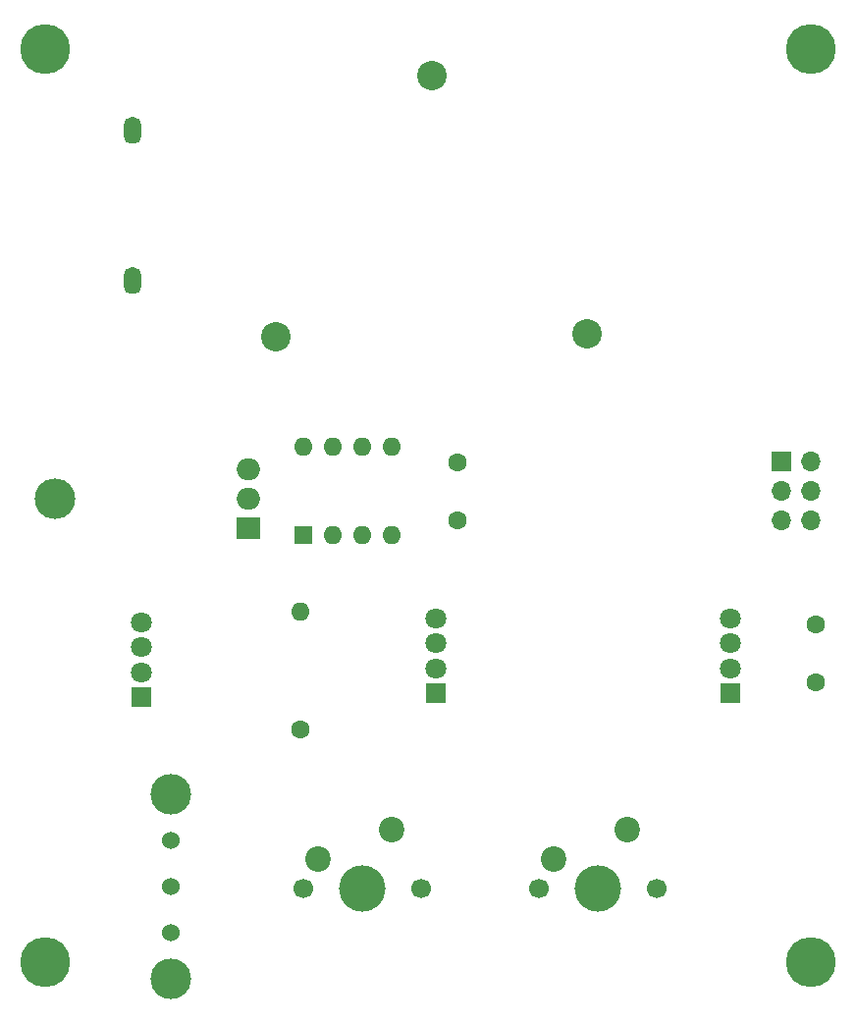
<source format=gbr>
%TF.GenerationSoftware,KiCad,Pcbnew,8.0.6-8.0.6-0~ubuntu24.04.1*%
%TF.CreationDate,2024-11-12T14:12:33-05:00*%
%TF.ProjectId,girl_scouts_blinker,6769726c-5f73-4636-9f75-74735f626c69,rev?*%
%TF.SameCoordinates,Original*%
%TF.FileFunction,Soldermask,Top*%
%TF.FilePolarity,Negative*%
%FSLAX46Y46*%
G04 Gerber Fmt 4.6, Leading zero omitted, Abs format (unit mm)*
G04 Created by KiCad (PCBNEW 8.0.6-8.0.6-0~ubuntu24.04.1) date 2024-11-12 14:12:33*
%MOMM*%
%LPD*%
G01*
G04 APERTURE LIST*
G04 Aperture macros list*
%AMRoundRect*
0 Rectangle with rounded corners*
0 $1 Rounding radius*
0 $2 $3 $4 $5 $6 $7 $8 $9 X,Y pos of 4 corners*
0 Add a 4 corners polygon primitive as box body*
4,1,4,$2,$3,$4,$5,$6,$7,$8,$9,$2,$3,0*
0 Add four circle primitives for the rounded corners*
1,1,$1+$1,$2,$3*
1,1,$1+$1,$4,$5*
1,1,$1+$1,$6,$7*
1,1,$1+$1,$8,$9*
0 Add four rect primitives between the rounded corners*
20,1,$1+$1,$2,$3,$4,$5,0*
20,1,$1+$1,$4,$5,$6,$7,0*
20,1,$1+$1,$6,$7,$8,$9,0*
20,1,$1+$1,$8,$9,$2,$3,0*%
G04 Aperture macros list end*
%ADD10C,1.700000*%
%ADD11C,4.000000*%
%ADD12C,2.200000*%
%ADD13R,1.800000X1.800000*%
%ADD14C,1.800000*%
%ADD15C,4.300000*%
%ADD16R,1.700000X1.700000*%
%ADD17O,1.700000X1.700000*%
%ADD18C,1.600000*%
%ADD19O,1.600000X1.600000*%
%ADD20R,1.600000X1.600000*%
%ADD21C,1.524000*%
%ADD22C,3.500000*%
%ADD23O,3.500000X3.500000*%
%ADD24R,2.000000X1.905000*%
%ADD25O,2.000000X1.905000*%
%ADD26C,2.540000*%
%ADD27RoundRect,0.635000X0.127000X-0.508000X0.127000X0.508000X-0.127000X0.508000X-0.127000X-0.508000X0*%
G04 APERTURE END LIST*
D10*
%TO.C,SW2*%
X67310000Y-106045000D03*
D11*
X72390000Y-106045000D03*
D10*
X77470000Y-106045000D03*
D12*
X74930000Y-100965000D03*
X68580000Y-103505000D03*
%TD*%
D10*
%TO.C,SW1*%
X87630000Y-106045000D03*
D11*
X92710000Y-106045000D03*
D10*
X97790000Y-106045000D03*
D12*
X95250000Y-100965000D03*
X88900000Y-103505000D03*
%TD*%
D13*
%TO.C,D3*%
X78740000Y-89185150D03*
D14*
X78740000Y-87026150D03*
X78740000Y-84867150D03*
X78740000Y-82708150D03*
%TD*%
D13*
%TO.C,D4*%
X104140000Y-89185150D03*
D14*
X104140000Y-87026150D03*
X104140000Y-84867150D03*
X104140000Y-82708150D03*
%TD*%
D13*
%TO.C,D1*%
X53340000Y-89535000D03*
D14*
X53340000Y-87376000D03*
X53340000Y-85217000D03*
X53340000Y-83058000D03*
%TD*%
D15*
%TO.C,H4*%
X45085000Y-112395000D03*
%TD*%
%TO.C,H2*%
X111125000Y-33655000D03*
%TD*%
D16*
%TO.C,J1*%
X108585000Y-69215000D03*
D17*
X111125000Y-69215000D03*
X108585000Y-71755000D03*
X111125000Y-71755000D03*
X108585000Y-74295000D03*
X111125000Y-74295000D03*
%TD*%
D18*
%TO.C,C2*%
X80645000Y-69255000D03*
X80645000Y-74255000D03*
%TD*%
%TO.C,R1*%
X67056000Y-92329000D03*
D19*
X67056000Y-82169000D03*
%TD*%
D20*
%TO.C,U1*%
X67320000Y-75555000D03*
D19*
X69860000Y-75555000D03*
X72400000Y-75555000D03*
X74940000Y-75555000D03*
X74940000Y-67935000D03*
X72400000Y-67935000D03*
X69860000Y-67935000D03*
X67320000Y-67935000D03*
%TD*%
D21*
%TO.C,SW3*%
X55880000Y-101855000D03*
X55880000Y-105855000D03*
X55880000Y-109855000D03*
D22*
X55880000Y-97855000D03*
X55880000Y-113855000D03*
%TD*%
D15*
%TO.C,H1*%
X45085000Y-33655000D03*
%TD*%
D23*
%TO.C,U2*%
X45910000Y-72390000D03*
D24*
X62570000Y-74930000D03*
D25*
X62570000Y-72390000D03*
X62570000Y-69850000D03*
%TD*%
D18*
%TO.C,C1*%
X111506000Y-83225000D03*
X111506000Y-88225000D03*
%TD*%
D26*
%TO.C,B1*%
X64935100Y-58407300D03*
X91808300Y-58153300D03*
X78422500Y-35902900D03*
D27*
X52641500Y-53657500D03*
X52641500Y-40657500D03*
%TD*%
D15*
%TO.C,H3*%
X111125000Y-112395000D03*
%TD*%
M02*

</source>
